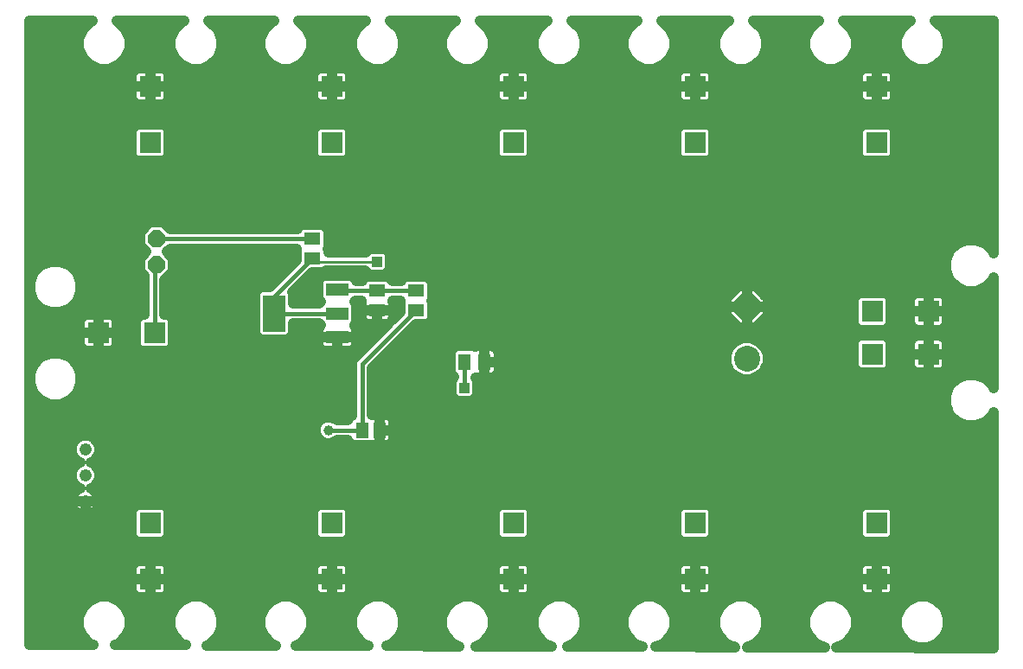
<source format=gbl>
G75*
%MOIN*%
%OFA0B0*%
%FSLAX24Y24*%
%IPPOS*%
%LPD*%
%AMOC8*
5,1,8,0,0,1.08239X$1,22.5*
%
%ADD10C,0.1000*%
%ADD11OC8,0.1000*%
%ADD12R,0.0512X0.0591*%
%ADD13OC8,0.0660*%
%ADD14R,0.0827X0.0827*%
%ADD15R,0.0630X0.0512*%
%ADD16R,0.0512X0.0630*%
%ADD17R,0.0880X0.0480*%
%ADD18R,0.0866X0.1417*%
%ADD19C,0.0476*%
%ADD20C,0.0400*%
%ADD21C,0.0160*%
%ADD22R,0.0396X0.0396*%
%ADD23C,0.0100*%
%ADD24C,0.0396*%
D10*
X030583Y014083D03*
D11*
X030583Y016083D03*
D12*
X016418Y011333D03*
X015748Y011333D03*
D13*
X007833Y017708D03*
X007833Y018708D03*
D14*
X007748Y015083D03*
X005583Y015083D03*
X007583Y007748D03*
X007583Y005583D03*
X014583Y005583D03*
X014583Y007748D03*
X021583Y007748D03*
X021583Y005583D03*
X028583Y005583D03*
X028583Y007748D03*
X035583Y007748D03*
X035583Y005583D03*
X035418Y014256D03*
X035418Y015910D03*
X037583Y015910D03*
X037583Y014256D03*
X035583Y022418D03*
X035583Y024583D03*
X028583Y024583D03*
X028583Y022418D03*
X021583Y022418D03*
X021583Y024583D03*
X014583Y024583D03*
X014583Y022418D03*
X007583Y022418D03*
X007583Y024583D03*
D15*
X013833Y018707D03*
X013833Y017959D03*
X016333Y016707D03*
X016333Y015959D03*
X017833Y015959D03*
X017833Y016707D03*
D16*
X019709Y013958D03*
X020457Y013958D03*
D17*
X014803Y014923D03*
X014803Y015833D03*
X014803Y016743D03*
D18*
X012363Y015833D03*
D19*
X005083Y010583D03*
X005083Y009583D03*
X005083Y008583D03*
D20*
X002933Y003057D02*
X002933Y027104D01*
X005345Y027104D01*
X005256Y027067D01*
X004981Y026792D01*
X004831Y026432D01*
X004831Y026042D01*
X004981Y025682D01*
X005256Y025406D01*
X005616Y025257D01*
X006006Y025257D01*
X006366Y025406D01*
X006642Y025682D01*
X006791Y026042D01*
X006791Y026432D01*
X006642Y026792D01*
X006366Y027067D01*
X006278Y027104D01*
X008888Y027104D01*
X008800Y027067D01*
X008524Y026792D01*
X008375Y026432D01*
X008375Y026042D01*
X008524Y025682D01*
X008800Y025406D01*
X009160Y025257D01*
X009550Y025257D01*
X009910Y025406D01*
X010185Y025682D01*
X010335Y026042D01*
X010335Y026432D01*
X010185Y026792D01*
X009910Y027067D01*
X009821Y027104D01*
X012345Y027104D01*
X012256Y027067D01*
X011981Y026792D01*
X011831Y026432D01*
X011831Y026042D01*
X011981Y025682D01*
X012256Y025406D01*
X012616Y025257D01*
X013006Y025257D01*
X013366Y025406D01*
X013642Y025682D01*
X013791Y026042D01*
X013791Y026432D01*
X013642Y026792D01*
X013366Y027067D01*
X013278Y027104D01*
X015888Y027104D01*
X015800Y027067D01*
X015524Y026792D01*
X015375Y026432D01*
X015375Y026042D01*
X015524Y025682D01*
X015800Y025406D01*
X016160Y025257D01*
X016550Y025257D01*
X016910Y025406D01*
X017185Y025682D01*
X017335Y026042D01*
X017335Y026432D01*
X017185Y026792D01*
X016910Y027067D01*
X016821Y027104D01*
X019345Y027104D01*
X019256Y027067D01*
X018981Y026792D01*
X018831Y026432D01*
X018831Y026042D01*
X018981Y025682D01*
X019256Y025406D01*
X019616Y025257D01*
X020006Y025257D01*
X020366Y025406D01*
X020642Y025682D01*
X020791Y026042D01*
X020791Y026432D01*
X020642Y026792D01*
X020366Y027067D01*
X020278Y027104D01*
X022888Y027104D01*
X022800Y027067D01*
X022524Y026792D01*
X022375Y026432D01*
X022375Y026042D01*
X022524Y025682D01*
X022800Y025406D01*
X023160Y025257D01*
X023550Y025257D01*
X023910Y025406D01*
X024185Y025682D01*
X024335Y026042D01*
X024335Y026432D01*
X024185Y026792D01*
X023910Y027067D01*
X023821Y027104D01*
X026345Y027104D01*
X026256Y027067D01*
X025981Y026792D01*
X025831Y026432D01*
X025831Y026042D01*
X025981Y025682D01*
X026256Y025406D01*
X026616Y025257D01*
X027006Y025257D01*
X027366Y025406D01*
X027642Y025682D01*
X027791Y026042D01*
X027791Y026432D01*
X027642Y026792D01*
X027366Y027067D01*
X027278Y027104D01*
X029888Y027104D01*
X029800Y027067D01*
X029524Y026792D01*
X029375Y026432D01*
X029375Y026042D01*
X029524Y025682D01*
X029800Y025406D01*
X030160Y025257D01*
X030550Y025257D01*
X030910Y025406D01*
X031185Y025682D01*
X031335Y026042D01*
X031335Y026432D01*
X031185Y026792D01*
X030910Y027067D01*
X030821Y027104D01*
X033345Y027104D01*
X033256Y027067D01*
X032981Y026792D01*
X032831Y026432D01*
X032831Y026042D01*
X032981Y025682D01*
X033256Y025406D01*
X033616Y025257D01*
X034006Y025257D01*
X034366Y025406D01*
X034642Y025682D01*
X034791Y026042D01*
X034791Y026432D01*
X034642Y026792D01*
X034366Y027067D01*
X034278Y027104D01*
X036888Y027104D01*
X036800Y027067D01*
X036524Y026792D01*
X036375Y026432D01*
X036375Y026042D01*
X036524Y025682D01*
X036800Y025406D01*
X037160Y025257D01*
X037550Y025257D01*
X037910Y025406D01*
X038185Y025682D01*
X038335Y026042D01*
X038335Y026432D01*
X038185Y026792D01*
X037910Y027067D01*
X037821Y027104D01*
X040103Y027104D01*
X040103Y018150D01*
X040067Y018237D01*
X039792Y018512D01*
X039432Y018661D01*
X039042Y018661D01*
X038682Y018512D01*
X038406Y018237D01*
X038257Y017876D01*
X038257Y017487D01*
X038406Y017126D01*
X038682Y016851D01*
X039042Y016702D01*
X039432Y016702D01*
X039792Y016851D01*
X040067Y017126D01*
X040103Y017213D01*
X040103Y012953D01*
X040067Y013040D01*
X039792Y013315D01*
X039432Y013465D01*
X039042Y013465D01*
X038682Y013315D01*
X038406Y013040D01*
X038257Y012680D01*
X038257Y012290D01*
X038406Y011930D01*
X038682Y011654D01*
X039042Y011505D01*
X039432Y011505D01*
X039792Y011654D01*
X040067Y011930D01*
X040103Y012016D01*
X040103Y002934D01*
X034018Y002954D01*
X034366Y003099D01*
X034642Y003374D01*
X034791Y003735D01*
X034791Y004124D01*
X034642Y004485D01*
X034366Y004760D01*
X034006Y004909D01*
X033616Y004909D01*
X033256Y004760D01*
X032981Y004485D01*
X032831Y004124D01*
X032831Y003735D01*
X032981Y003374D01*
X033256Y003099D01*
X033602Y002956D01*
X030588Y002966D01*
X030910Y003099D01*
X031185Y003374D01*
X031335Y003735D01*
X031335Y004124D01*
X031185Y004485D01*
X030910Y004760D01*
X030550Y004909D01*
X030160Y004909D01*
X029800Y004760D01*
X029524Y004485D01*
X029375Y004124D01*
X029375Y003735D01*
X029524Y003374D01*
X029800Y003099D01*
X030117Y002967D01*
X027073Y002977D01*
X027366Y003099D01*
X027642Y003374D01*
X027791Y003735D01*
X027791Y004124D01*
X027642Y004485D01*
X027366Y004760D01*
X027006Y004909D01*
X026616Y004909D01*
X026256Y004760D01*
X025981Y004485D01*
X025831Y004124D01*
X025831Y003735D01*
X025981Y003374D01*
X026256Y003099D01*
X026546Y002979D01*
X023644Y002989D01*
X023910Y003099D01*
X024185Y003374D01*
X024335Y003735D01*
X024335Y004124D01*
X024185Y004485D01*
X023910Y004760D01*
X023550Y004909D01*
X023160Y004909D01*
X022800Y004760D01*
X022524Y004485D01*
X022375Y004124D01*
X022375Y003735D01*
X022524Y003374D01*
X022800Y003099D01*
X023061Y002990D01*
X020128Y003000D01*
X020366Y003099D01*
X020642Y003374D01*
X020791Y003735D01*
X020791Y004124D01*
X020642Y004485D01*
X020366Y004760D01*
X020006Y004909D01*
X019616Y004909D01*
X019256Y004760D01*
X018981Y004485D01*
X018831Y004124D01*
X018831Y003735D01*
X018981Y003374D01*
X019256Y003099D01*
X019489Y003002D01*
X016699Y003011D01*
X016910Y003099D01*
X017185Y003374D01*
X017335Y003735D01*
X017335Y004124D01*
X017185Y004485D01*
X016910Y004760D01*
X016550Y004909D01*
X016160Y004909D01*
X015800Y004760D01*
X015524Y004485D01*
X015375Y004124D01*
X015375Y003735D01*
X015524Y003374D01*
X015800Y003099D01*
X016005Y003014D01*
X013184Y003023D01*
X013366Y003099D01*
X013642Y003374D01*
X013791Y003735D01*
X013791Y004124D01*
X013642Y004485D01*
X013366Y004760D01*
X013006Y004909D01*
X012616Y004909D01*
X012256Y004760D01*
X011981Y004485D01*
X011831Y004124D01*
X011831Y003735D01*
X011981Y003374D01*
X012256Y003099D01*
X012433Y003026D01*
X009754Y003034D01*
X009910Y003099D01*
X010185Y003374D01*
X010335Y003735D01*
X010335Y004124D01*
X010185Y004485D01*
X009910Y004760D01*
X009550Y004909D01*
X009160Y004909D01*
X008800Y004760D01*
X008524Y004485D01*
X008375Y004124D01*
X008375Y003735D01*
X008524Y003374D01*
X008800Y003099D01*
X008949Y003037D01*
X006239Y003046D01*
X006366Y003099D01*
X006642Y003374D01*
X006791Y003735D01*
X006791Y004124D01*
X006642Y004485D01*
X006366Y004760D01*
X006006Y004909D01*
X005616Y004909D01*
X005256Y004760D01*
X004981Y004485D01*
X004831Y004124D01*
X004831Y003735D01*
X004981Y003374D01*
X005256Y003099D01*
X005377Y003049D01*
X002933Y003057D01*
X002933Y003380D02*
X004978Y003380D01*
X004831Y003779D02*
X002933Y003779D01*
X002933Y004177D02*
X004853Y004177D01*
X005072Y004576D02*
X002933Y004576D01*
X002933Y004974D02*
X006941Y004974D01*
X006937Y004978D02*
X006978Y004937D01*
X007028Y004904D01*
X007082Y004881D01*
X007140Y004870D01*
X007583Y004870D01*
X007583Y005583D01*
X007583Y005583D01*
X006870Y005583D01*
X006870Y005140D01*
X006881Y005082D01*
X006904Y005028D01*
X006937Y004978D01*
X006870Y005373D02*
X002933Y005373D01*
X002933Y005771D02*
X006870Y005771D01*
X006870Y005583D02*
X006870Y006026D01*
X006881Y006084D01*
X006904Y006139D01*
X006937Y006188D01*
X006978Y006229D01*
X007028Y006262D01*
X007082Y006285D01*
X007140Y006296D01*
X007583Y006296D01*
X007583Y005583D01*
X007583Y005583D01*
X007583Y004870D01*
X008026Y004870D01*
X008084Y004881D01*
X008139Y004904D01*
X008188Y004937D01*
X008229Y004978D01*
X008262Y005028D01*
X008285Y005082D01*
X008296Y005140D01*
X008296Y005583D01*
X007583Y005583D01*
X006870Y005583D01*
X006925Y006170D02*
X002933Y006170D01*
X002933Y006568D02*
X040103Y006568D01*
X040103Y006170D02*
X036242Y006170D01*
X036229Y006188D02*
X036188Y006229D01*
X036139Y006262D01*
X036084Y006285D01*
X036026Y006296D01*
X035583Y006296D01*
X035140Y006296D01*
X035082Y006285D01*
X035028Y006262D01*
X034978Y006229D01*
X034937Y006188D01*
X034904Y006139D01*
X034881Y006084D01*
X034870Y006026D01*
X034870Y005583D01*
X034870Y005140D01*
X034881Y005082D01*
X034904Y005028D01*
X034937Y004978D01*
X034978Y004937D01*
X035028Y004904D01*
X035082Y004881D01*
X035140Y004870D01*
X035583Y004870D01*
X035583Y005583D01*
X035583Y005583D01*
X034870Y005583D01*
X035583Y005583D01*
X035583Y005583D01*
X035583Y004870D01*
X036026Y004870D01*
X036084Y004881D01*
X036139Y004904D01*
X036188Y004937D01*
X036229Y004978D01*
X036262Y005028D01*
X036285Y005082D01*
X036296Y005140D01*
X036296Y005583D01*
X035583Y005583D01*
X035583Y005583D01*
X035583Y006296D01*
X035583Y005583D01*
X035583Y005583D01*
X036296Y005583D01*
X036296Y006026D01*
X036285Y006084D01*
X036262Y006139D01*
X036229Y006188D01*
X036296Y005771D02*
X040103Y005771D01*
X040103Y005373D02*
X036296Y005373D01*
X036225Y004974D02*
X040103Y004974D01*
X040103Y004576D02*
X038094Y004576D01*
X038185Y004485D02*
X037910Y004760D01*
X037550Y004909D01*
X037160Y004909D01*
X036800Y004760D01*
X036524Y004485D01*
X036375Y004124D01*
X036375Y003735D01*
X036524Y003374D01*
X036800Y003099D01*
X037160Y002950D01*
X037550Y002950D01*
X037910Y003099D01*
X038185Y003374D01*
X038335Y003735D01*
X038335Y004124D01*
X038185Y004485D01*
X038313Y004177D02*
X040103Y004177D01*
X040103Y003779D02*
X038335Y003779D01*
X038188Y003380D02*
X040103Y003380D01*
X040103Y002982D02*
X037627Y002982D01*
X037083Y002982D02*
X034084Y002982D01*
X033539Y002982D02*
X030627Y002982D01*
X030083Y002982D02*
X027084Y002982D01*
X026539Y002982D02*
X025760Y002982D01*
X025978Y003380D02*
X024188Y003380D01*
X024335Y003779D02*
X025831Y003779D01*
X025853Y004177D02*
X024313Y004177D01*
X024094Y004576D02*
X026072Y004576D01*
X027551Y004576D02*
X029615Y004576D01*
X029225Y004974D02*
X034941Y004974D01*
X034870Y005373D02*
X029296Y005373D01*
X029296Y005583D02*
X029296Y005140D01*
X029285Y005082D01*
X029262Y005028D01*
X029229Y004978D01*
X029188Y004937D01*
X029139Y004904D01*
X029084Y004881D01*
X029026Y004870D01*
X028583Y004870D01*
X028583Y005583D01*
X028583Y005583D01*
X027870Y005583D01*
X027870Y005140D01*
X027881Y005082D01*
X027904Y005028D01*
X027937Y004978D01*
X027978Y004937D01*
X028028Y004904D01*
X028082Y004881D01*
X028140Y004870D01*
X028583Y004870D01*
X028583Y005583D01*
X028583Y005583D01*
X027870Y005583D01*
X027870Y006026D01*
X027881Y006084D01*
X027904Y006139D01*
X027937Y006188D01*
X027978Y006229D01*
X028028Y006262D01*
X028082Y006285D01*
X028140Y006296D01*
X028583Y006296D01*
X028583Y005583D01*
X028583Y005583D01*
X029296Y005583D01*
X029296Y006026D01*
X029285Y006084D01*
X029262Y006139D01*
X029229Y006188D01*
X029188Y006229D01*
X029139Y006262D01*
X029084Y006285D01*
X029026Y006296D01*
X028583Y006296D01*
X028583Y005583D01*
X028583Y005583D01*
X029296Y005583D01*
X029296Y005771D02*
X034870Y005771D01*
X034925Y006170D02*
X029242Y006170D01*
X028583Y006170D02*
X028583Y006170D01*
X028583Y005771D02*
X028583Y005771D01*
X028583Y005373D02*
X028583Y005373D01*
X028583Y004974D02*
X028583Y004974D01*
X027941Y004974D02*
X022225Y004974D01*
X022229Y004978D02*
X022262Y005028D01*
X022285Y005082D01*
X022296Y005140D01*
X022296Y005583D01*
X021583Y005583D01*
X020870Y005583D01*
X020870Y005140D01*
X020881Y005082D01*
X020904Y005028D01*
X020937Y004978D01*
X020978Y004937D01*
X021028Y004904D01*
X021082Y004881D01*
X021140Y004870D01*
X021583Y004870D01*
X021583Y005583D01*
X021583Y005583D01*
X021583Y005583D01*
X020870Y005583D01*
X020870Y006026D01*
X020881Y006084D01*
X020904Y006139D01*
X020937Y006188D01*
X020978Y006229D01*
X021028Y006262D01*
X021082Y006285D01*
X021140Y006296D01*
X021583Y006296D01*
X021583Y005583D01*
X021583Y004870D01*
X022026Y004870D01*
X022084Y004881D01*
X022139Y004904D01*
X022188Y004937D01*
X022229Y004978D01*
X022296Y005373D02*
X027870Y005373D01*
X027870Y005771D02*
X022296Y005771D01*
X022296Y005583D02*
X022296Y006026D01*
X022285Y006084D01*
X022262Y006139D01*
X022229Y006188D01*
X022188Y006229D01*
X022139Y006262D01*
X022084Y006285D01*
X022026Y006296D01*
X021583Y006296D01*
X021583Y005583D01*
X021583Y005583D01*
X021583Y005583D01*
X022296Y005583D01*
X021583Y005771D02*
X021583Y005771D01*
X021583Y006170D02*
X021583Y006170D01*
X020925Y006170D02*
X015242Y006170D01*
X015229Y006188D02*
X015188Y006229D01*
X015139Y006262D01*
X015084Y006285D01*
X015026Y006296D01*
X014583Y006296D01*
X014140Y006296D01*
X014082Y006285D01*
X014028Y006262D01*
X013978Y006229D01*
X013937Y006188D01*
X013904Y006139D01*
X013881Y006084D01*
X013870Y006026D01*
X013870Y005583D01*
X013870Y005140D01*
X013881Y005082D01*
X013904Y005028D01*
X013937Y004978D01*
X013978Y004937D01*
X014028Y004904D01*
X014082Y004881D01*
X014140Y004870D01*
X014583Y004870D01*
X014583Y005583D01*
X014583Y005583D01*
X013870Y005583D01*
X014583Y005583D01*
X014583Y005583D01*
X014583Y004870D01*
X015026Y004870D01*
X015084Y004881D01*
X015139Y004904D01*
X015188Y004937D01*
X015229Y004978D01*
X015262Y005028D01*
X015285Y005082D01*
X015296Y005140D01*
X015296Y005583D01*
X014583Y005583D01*
X014583Y005583D01*
X014583Y006296D01*
X014583Y005583D01*
X014583Y005583D01*
X015296Y005583D01*
X015296Y006026D01*
X015285Y006084D01*
X015262Y006139D01*
X015229Y006188D01*
X015296Y005771D02*
X020870Y005771D01*
X020870Y005373D02*
X015296Y005373D01*
X015225Y004974D02*
X020941Y004974D01*
X020551Y004576D02*
X022615Y004576D01*
X022397Y004177D02*
X020770Y004177D01*
X020791Y003779D02*
X022375Y003779D01*
X022522Y003380D02*
X020644Y003380D01*
X018978Y003380D02*
X017188Y003380D01*
X017335Y003779D02*
X018831Y003779D01*
X018853Y004177D02*
X017313Y004177D01*
X017094Y004576D02*
X019072Y004576D01*
X021583Y004974D02*
X021583Y004974D01*
X021583Y005373D02*
X021583Y005373D01*
X022242Y006170D02*
X027925Y006170D01*
X028110Y007035D02*
X028000Y007081D01*
X027915Y007165D01*
X027870Y007275D01*
X027870Y008221D01*
X027915Y008332D01*
X028000Y008416D01*
X028110Y008462D01*
X029056Y008462D01*
X029166Y008416D01*
X029251Y008332D01*
X029296Y008221D01*
X029296Y007275D01*
X029251Y007165D01*
X029166Y007081D01*
X029056Y007035D01*
X028110Y007035D01*
X027870Y007365D02*
X022296Y007365D01*
X022296Y007275D02*
X022251Y007165D01*
X022166Y007081D01*
X022056Y007035D01*
X021110Y007035D01*
X021000Y007081D01*
X020915Y007165D01*
X020870Y007275D01*
X020870Y008221D01*
X020915Y008332D01*
X021000Y008416D01*
X021110Y008462D01*
X022056Y008462D01*
X022166Y008416D01*
X022251Y008332D01*
X022296Y008221D01*
X022296Y007275D01*
X022296Y007764D02*
X027870Y007764D01*
X027870Y008162D02*
X022296Y008162D01*
X020870Y008162D02*
X015296Y008162D01*
X015296Y008221D02*
X015251Y008332D01*
X015166Y008416D01*
X015056Y008462D01*
X014110Y008462D01*
X014000Y008416D01*
X013915Y008332D01*
X013870Y008221D01*
X013870Y007275D01*
X013915Y007165D01*
X014000Y007081D01*
X014110Y007035D01*
X015056Y007035D01*
X015166Y007081D01*
X015251Y007165D01*
X015296Y007275D01*
X015296Y008221D01*
X015296Y007764D02*
X020870Y007764D01*
X020870Y007365D02*
X015296Y007365D01*
X013870Y007365D02*
X008296Y007365D01*
X008296Y007275D02*
X008251Y007165D01*
X008166Y007081D01*
X008056Y007035D01*
X007110Y007035D01*
X007000Y007081D01*
X006915Y007165D01*
X006870Y007275D01*
X006870Y008221D01*
X006915Y008332D01*
X007000Y008416D01*
X007110Y008462D01*
X008056Y008462D01*
X008166Y008416D01*
X008251Y008332D01*
X008296Y008221D01*
X008296Y007275D01*
X008296Y007764D02*
X013870Y007764D01*
X013870Y008162D02*
X008296Y008162D01*
X006870Y008162D02*
X005419Y008162D01*
X005433Y008173D02*
X005493Y008233D01*
X005543Y008301D01*
X005581Y008377D01*
X005608Y008457D01*
X005621Y008541D01*
X005621Y008583D01*
X005083Y008583D01*
X004545Y008583D01*
X004545Y008541D01*
X004559Y008457D01*
X004585Y008377D01*
X004623Y008301D01*
X004673Y008233D01*
X004733Y008173D01*
X004801Y008123D01*
X004877Y008085D01*
X004957Y008059D01*
X005041Y008045D01*
X005083Y008045D01*
X005083Y008583D01*
X005083Y008583D01*
X005083Y008583D01*
X004545Y008583D01*
X004545Y008625D01*
X004559Y008709D01*
X004585Y008790D01*
X004623Y008865D01*
X004673Y008933D01*
X004733Y008993D01*
X004801Y009043D01*
X004877Y009081D01*
X004883Y009084D01*
X004778Y009127D01*
X004627Y009278D01*
X004545Y009476D01*
X004545Y009690D01*
X004627Y009888D01*
X004778Y010039D01*
X004885Y010083D01*
X004778Y010127D01*
X004627Y010278D01*
X004545Y010476D01*
X004545Y010690D01*
X004627Y010888D01*
X004778Y011039D01*
X004976Y011121D01*
X005190Y011121D01*
X005388Y011039D01*
X005539Y010888D01*
X005621Y010690D01*
X005621Y010476D01*
X005539Y010278D01*
X005388Y010127D01*
X005281Y010083D01*
X005388Y010039D01*
X005539Y009888D01*
X005621Y009690D01*
X005621Y009476D01*
X005539Y009278D01*
X005388Y009127D01*
X005283Y009084D01*
X005290Y009081D01*
X005365Y009043D01*
X005433Y008993D01*
X005493Y008933D01*
X005543Y008865D01*
X005581Y008790D01*
X005608Y008709D01*
X005621Y008625D01*
X005621Y008583D01*
X005083Y008583D01*
X005083Y008045D01*
X005125Y008045D01*
X005209Y008059D01*
X005290Y008085D01*
X005365Y008123D01*
X005433Y008173D01*
X005083Y008162D02*
X005083Y008162D01*
X004748Y008162D02*
X002933Y008162D01*
X002933Y008561D02*
X004545Y008561D01*
X004699Y008959D02*
X002933Y008959D01*
X002933Y009358D02*
X004594Y009358D01*
X004573Y009756D02*
X002933Y009756D01*
X002933Y010155D02*
X004751Y010155D01*
X004545Y010553D02*
X002933Y010553D01*
X002933Y010952D02*
X004691Y010952D01*
X005475Y010952D02*
X014135Y010952D01*
X014176Y010911D02*
X014359Y010835D01*
X014557Y010835D01*
X014740Y010911D01*
X014783Y010953D01*
X015203Y010953D01*
X015238Y010868D01*
X015323Y010783D01*
X015433Y010738D01*
X016064Y010738D01*
X016086Y010747D01*
X016132Y010738D01*
X016418Y010738D01*
X016703Y010738D01*
X016761Y010749D01*
X016816Y010772D01*
X016865Y010805D01*
X016907Y010847D01*
X016939Y010896D01*
X016962Y010950D01*
X016974Y011008D01*
X016974Y011333D01*
X016418Y011333D01*
X016418Y011333D01*
X016974Y011333D01*
X016974Y011658D01*
X016962Y011716D01*
X016939Y011770D01*
X016907Y011820D01*
X016865Y011861D01*
X016816Y011894D01*
X016761Y011917D01*
X016703Y011928D01*
X016418Y011928D01*
X016418Y011333D01*
X016418Y010738D01*
X016418Y011333D01*
X016418Y011333D01*
X016418Y011333D01*
X016418Y011928D01*
X016132Y011928D01*
X016128Y011928D01*
X016128Y013717D01*
X017815Y015403D01*
X018208Y015403D01*
X018318Y015449D01*
X018402Y015533D01*
X018448Y015643D01*
X018448Y016275D01*
X018424Y016333D01*
X018448Y016392D01*
X018448Y017023D01*
X018402Y017133D01*
X018318Y017217D01*
X018208Y017263D01*
X017458Y017263D01*
X017348Y017217D01*
X017264Y017133D01*
X017245Y017087D01*
X016921Y017087D01*
X016902Y017133D01*
X016818Y017217D01*
X016708Y017263D01*
X015958Y017263D01*
X015848Y017217D01*
X015764Y017133D01*
X015745Y017087D01*
X015525Y017087D01*
X015497Y017153D01*
X015413Y017237D01*
X015303Y017283D01*
X014303Y017283D01*
X014193Y017237D01*
X014109Y017153D01*
X014063Y017043D01*
X014063Y016443D01*
X014109Y016333D01*
X014154Y016288D01*
X014109Y016243D01*
X014096Y016213D01*
X013096Y016213D01*
X013096Y016601D01*
X013072Y016660D01*
X013815Y017403D01*
X014208Y017403D01*
X014318Y017449D01*
X014352Y017483D01*
X015873Y017483D01*
X015881Y017465D01*
X015965Y017381D01*
X016075Y017335D01*
X016591Y017335D01*
X016701Y017381D01*
X016786Y017465D01*
X016831Y017575D01*
X016831Y018091D01*
X016786Y018201D01*
X016701Y018286D01*
X016591Y018331D01*
X016075Y018331D01*
X015965Y018286D01*
X015881Y018201D01*
X015873Y018183D01*
X014448Y018183D01*
X014448Y018275D01*
X014424Y018333D01*
X014448Y018392D01*
X014448Y019023D01*
X014402Y019133D01*
X014318Y019217D01*
X014208Y019263D01*
X013458Y019263D01*
X013348Y019217D01*
X013264Y019133D01*
X013245Y019088D01*
X008344Y019088D01*
X008094Y019338D01*
X007572Y019338D01*
X007203Y018969D01*
X007203Y018447D01*
X007442Y018208D01*
X007203Y017969D01*
X007203Y017447D01*
X007368Y017282D01*
X007368Y015796D01*
X007275Y015796D01*
X007165Y015751D01*
X007081Y015666D01*
X007035Y015556D01*
X007035Y014610D01*
X007081Y014500D01*
X007165Y014415D01*
X007275Y014370D01*
X008221Y014370D01*
X008332Y014415D01*
X008416Y014500D01*
X008462Y014610D01*
X008462Y015556D01*
X008416Y015666D01*
X008332Y015751D01*
X008221Y015796D01*
X008128Y015796D01*
X008128Y017112D01*
X008463Y017447D01*
X008463Y017969D01*
X008224Y018208D01*
X008344Y018328D01*
X013240Y018328D01*
X013218Y018275D01*
X013218Y017881D01*
X012178Y016842D01*
X011870Y016842D01*
X011760Y016796D01*
X011676Y016712D01*
X011630Y016601D01*
X011630Y015065D01*
X011676Y014954D01*
X011760Y014870D01*
X011870Y014824D01*
X012856Y014824D01*
X012966Y014870D01*
X013050Y014954D01*
X013096Y015065D01*
X013096Y015453D01*
X014096Y015453D01*
X014109Y015423D01*
X014154Y015378D01*
X014130Y015354D01*
X014097Y015305D01*
X014075Y015251D01*
X014063Y015193D01*
X014063Y014923D01*
X014063Y014654D01*
X014075Y014596D01*
X014097Y014541D01*
X014130Y014492D01*
X014172Y014450D01*
X014221Y014417D01*
X014276Y014395D01*
X014334Y014383D01*
X014803Y014383D01*
X014803Y014923D01*
X014803Y014923D01*
X014063Y014923D01*
X014803Y014923D01*
X014803Y014923D01*
X014803Y014383D01*
X015273Y014383D01*
X015331Y014395D01*
X015385Y014417D01*
X015434Y014450D01*
X015476Y014492D01*
X015509Y014541D01*
X015532Y014596D01*
X015543Y014654D01*
X015543Y014923D01*
X014803Y014923D01*
X014803Y014923D01*
X015543Y014923D01*
X015543Y015193D01*
X015532Y015251D01*
X015509Y015305D01*
X015476Y015354D01*
X015452Y015378D01*
X015497Y015423D01*
X015543Y015533D01*
X015543Y016133D01*
X015497Y016243D01*
X015452Y016288D01*
X015491Y016327D01*
X015740Y016327D01*
X015730Y016302D01*
X015718Y016245D01*
X015718Y015959D01*
X015718Y015674D01*
X015730Y015616D01*
X015752Y015561D01*
X015785Y015512D01*
X015827Y015470D01*
X015876Y015437D01*
X015931Y015415D01*
X015989Y015403D01*
X016333Y015403D01*
X016333Y015959D01*
X015718Y015959D01*
X016333Y015959D01*
X016333Y015959D01*
X016333Y015959D01*
X016333Y015403D01*
X016678Y015403D01*
X016736Y015415D01*
X016762Y015426D01*
X015426Y014090D01*
X015368Y013950D01*
X015368Y011902D01*
X015323Y011883D01*
X015238Y011798D01*
X015203Y011713D01*
X014783Y011713D01*
X014740Y011755D01*
X014557Y011831D01*
X014359Y011831D01*
X014176Y011755D01*
X014036Y011615D01*
X013960Y011432D01*
X013960Y011234D01*
X014036Y011051D01*
X014176Y010911D01*
X013960Y011350D02*
X002933Y011350D01*
X002933Y011749D02*
X014169Y011749D01*
X014747Y011749D02*
X015218Y011749D01*
X015368Y012147D02*
X002933Y012147D01*
X002933Y012546D02*
X003310Y012546D01*
X003374Y012481D02*
X003735Y012331D01*
X004124Y012331D01*
X004485Y012481D01*
X004760Y012756D01*
X004909Y013116D01*
X004909Y013506D01*
X004760Y013866D01*
X004485Y014142D01*
X004124Y014291D01*
X003735Y014291D01*
X003374Y014142D01*
X003099Y013866D01*
X002950Y013506D01*
X002950Y013116D01*
X003099Y012756D01*
X003374Y012481D01*
X003021Y012944D02*
X002933Y012944D01*
X002933Y013343D02*
X002950Y013343D01*
X002933Y013741D02*
X003047Y013741D01*
X002933Y014140D02*
X003372Y014140D01*
X002933Y014538D02*
X004899Y014538D01*
X004904Y014528D02*
X004937Y014478D01*
X004978Y014437D01*
X005028Y014404D01*
X005082Y014381D01*
X005140Y014370D01*
X005583Y014370D01*
X005583Y015083D01*
X004870Y015083D01*
X004870Y014640D01*
X004881Y014582D01*
X004904Y014528D01*
X004870Y014937D02*
X002933Y014937D01*
X002933Y015335D02*
X004870Y015335D01*
X004870Y015526D02*
X004870Y015083D01*
X005583Y015083D01*
X005583Y015083D01*
X005583Y015083D01*
X005583Y014370D01*
X006026Y014370D01*
X006084Y014381D01*
X006139Y014404D01*
X006188Y014437D01*
X006229Y014478D01*
X006262Y014528D01*
X006285Y014582D01*
X006296Y014640D01*
X006296Y015083D01*
X005583Y015083D01*
X005583Y015796D01*
X005140Y015796D01*
X005082Y015785D01*
X005028Y015762D01*
X004978Y015729D01*
X004937Y015688D01*
X004904Y015639D01*
X004881Y015584D01*
X004870Y015526D01*
X004985Y015734D02*
X002933Y015734D01*
X002933Y016132D02*
X003266Y016132D01*
X003374Y016024D02*
X003735Y015875D01*
X004124Y015875D01*
X004485Y016024D01*
X004760Y016300D01*
X004909Y016660D01*
X004909Y017050D01*
X004760Y017410D01*
X004485Y017685D01*
X004124Y017835D01*
X003735Y017835D01*
X003374Y017685D01*
X003099Y017410D01*
X002950Y017050D01*
X002950Y016660D01*
X003099Y016300D01*
X003374Y016024D01*
X003003Y016531D02*
X002933Y016531D01*
X002933Y016929D02*
X002950Y016929D01*
X002933Y017328D02*
X003065Y017328D01*
X002933Y017726D02*
X003473Y017726D01*
X002933Y018125D02*
X007359Y018125D01*
X007203Y018523D02*
X002933Y018523D01*
X002933Y018922D02*
X007203Y018922D01*
X007554Y019320D02*
X002933Y019320D01*
X002933Y019719D02*
X040103Y019719D01*
X040103Y020117D02*
X002933Y020117D01*
X002933Y020516D02*
X040103Y020516D01*
X040103Y020914D02*
X002933Y020914D01*
X002933Y021313D02*
X040103Y021313D01*
X040103Y021711D02*
X036072Y021711D01*
X036056Y021704D02*
X036166Y021750D01*
X036251Y021834D01*
X036296Y021945D01*
X036296Y022891D01*
X036251Y023001D01*
X036166Y023085D01*
X036056Y023131D01*
X035110Y023131D01*
X035000Y023085D01*
X034915Y023001D01*
X034870Y022891D01*
X034870Y021945D01*
X034915Y021834D01*
X035000Y021750D01*
X035110Y021704D01*
X036056Y021704D01*
X036296Y022110D02*
X040103Y022110D01*
X040103Y022508D02*
X036296Y022508D01*
X036290Y022907D02*
X040103Y022907D01*
X040103Y023305D02*
X002933Y023305D01*
X002933Y023704D02*
X040103Y023704D01*
X040103Y024102D02*
X036289Y024102D01*
X036285Y024082D02*
X036296Y024140D01*
X036296Y024583D01*
X035583Y024583D01*
X034870Y024583D01*
X034870Y024140D01*
X034881Y024082D01*
X034904Y024028D01*
X034937Y023978D01*
X034978Y023937D01*
X035028Y023904D01*
X035082Y023881D01*
X035140Y023870D01*
X035583Y023870D01*
X035583Y024583D01*
X035583Y024583D01*
X035583Y024583D01*
X034870Y024583D01*
X034870Y025026D01*
X034881Y025084D01*
X034904Y025139D01*
X034937Y025188D01*
X034978Y025229D01*
X035028Y025262D01*
X035082Y025285D01*
X035140Y025296D01*
X035583Y025296D01*
X035583Y024583D01*
X035583Y023870D01*
X036026Y023870D01*
X036084Y023881D01*
X036139Y023904D01*
X036188Y023937D01*
X036229Y023978D01*
X036262Y024028D01*
X036285Y024082D01*
X036296Y024501D02*
X040103Y024501D01*
X040103Y024899D02*
X036296Y024899D01*
X036296Y025026D02*
X036285Y025084D01*
X036262Y025139D01*
X036229Y025188D01*
X036188Y025229D01*
X036139Y025262D01*
X036084Y025285D01*
X036026Y025296D01*
X035583Y025296D01*
X035583Y024583D01*
X035583Y024583D01*
X035583Y024583D01*
X036296Y024583D01*
X036296Y025026D01*
X037061Y025298D02*
X034105Y025298D01*
X034870Y024899D02*
X029296Y024899D01*
X029296Y025026D02*
X029285Y025084D01*
X029262Y025139D01*
X029229Y025188D01*
X029188Y025229D01*
X029139Y025262D01*
X029084Y025285D01*
X029026Y025296D01*
X028583Y025296D01*
X028140Y025296D01*
X028082Y025285D01*
X028028Y025262D01*
X027978Y025229D01*
X027937Y025188D01*
X027904Y025139D01*
X027881Y025084D01*
X027870Y025026D01*
X027870Y024583D01*
X027870Y024140D01*
X027881Y024082D01*
X027904Y024028D01*
X027937Y023978D01*
X027978Y023937D01*
X028028Y023904D01*
X028082Y023881D01*
X028140Y023870D01*
X028583Y023870D01*
X028583Y024583D01*
X027870Y024583D01*
X028583Y024583D01*
X028583Y024583D01*
X028583Y024583D01*
X028583Y023870D01*
X029026Y023870D01*
X029084Y023881D01*
X029139Y023904D01*
X029188Y023937D01*
X029229Y023978D01*
X029262Y024028D01*
X029285Y024082D01*
X029296Y024140D01*
X029296Y024583D01*
X028583Y024583D01*
X028583Y025296D01*
X028583Y024583D01*
X028583Y024583D01*
X028583Y024583D01*
X029296Y024583D01*
X029296Y025026D01*
X029296Y024501D02*
X034870Y024501D01*
X034877Y024102D02*
X029289Y024102D01*
X028583Y024102D02*
X028583Y024102D01*
X028583Y024501D02*
X028583Y024501D01*
X028583Y024899D02*
X028583Y024899D01*
X027870Y024899D02*
X022296Y024899D01*
X022296Y025026D02*
X022285Y025084D01*
X022262Y025139D01*
X022229Y025188D01*
X022188Y025229D01*
X022139Y025262D01*
X022084Y025285D01*
X022026Y025296D01*
X021583Y025296D01*
X021140Y025296D01*
X021082Y025285D01*
X021028Y025262D01*
X020978Y025229D01*
X020937Y025188D01*
X020904Y025139D01*
X020881Y025084D01*
X020870Y025026D01*
X020870Y024583D01*
X020870Y024140D01*
X020881Y024082D01*
X020904Y024028D01*
X020937Y023978D01*
X020978Y023937D01*
X021028Y023904D01*
X021082Y023881D01*
X021140Y023870D01*
X021583Y023870D01*
X021583Y024583D01*
X020870Y024583D01*
X021583Y024583D01*
X021583Y024583D01*
X021583Y024583D01*
X021583Y023870D01*
X022026Y023870D01*
X022084Y023881D01*
X022139Y023904D01*
X022188Y023937D01*
X022229Y023978D01*
X022262Y024028D01*
X022285Y024082D01*
X022296Y024140D01*
X022296Y024583D01*
X021583Y024583D01*
X021583Y025296D01*
X021583Y024583D01*
X021583Y024583D01*
X021583Y024583D01*
X022296Y024583D01*
X022296Y025026D01*
X022296Y024501D02*
X027870Y024501D01*
X027877Y024102D02*
X022289Y024102D01*
X021583Y024102D02*
X021583Y024102D01*
X020877Y024102D02*
X015289Y024102D01*
X015285Y024082D02*
X015296Y024140D01*
X015296Y024583D01*
X014583Y024583D01*
X013870Y024583D01*
X013870Y024140D01*
X013881Y024082D01*
X013904Y024028D01*
X013937Y023978D01*
X013978Y023937D01*
X014028Y023904D01*
X014082Y023881D01*
X014140Y023870D01*
X014583Y023870D01*
X014583Y024583D01*
X014583Y024583D01*
X014583Y024583D01*
X013870Y024583D01*
X013870Y025026D01*
X013881Y025084D01*
X013904Y025139D01*
X013937Y025188D01*
X013978Y025229D01*
X014028Y025262D01*
X014082Y025285D01*
X014140Y025296D01*
X014583Y025296D01*
X014583Y024583D01*
X014583Y023870D01*
X015026Y023870D01*
X015084Y023881D01*
X015139Y023904D01*
X015188Y023937D01*
X015229Y023978D01*
X015262Y024028D01*
X015285Y024082D01*
X015296Y024501D02*
X020870Y024501D01*
X020870Y024899D02*
X015296Y024899D01*
X015296Y025026D02*
X015285Y025084D01*
X015262Y025139D01*
X015229Y025188D01*
X015188Y025229D01*
X015139Y025262D01*
X015084Y025285D01*
X015026Y025296D01*
X014583Y025296D01*
X014583Y024583D01*
X014583Y024583D01*
X014583Y024583D01*
X015296Y024583D01*
X015296Y025026D01*
X014583Y024899D02*
X014583Y024899D01*
X014583Y024501D02*
X014583Y024501D01*
X013870Y024501D02*
X008296Y024501D01*
X008296Y024583D02*
X007583Y024583D01*
X006870Y024583D01*
X006870Y024140D01*
X006881Y024082D01*
X006904Y024028D01*
X006937Y023978D01*
X006978Y023937D01*
X007028Y023904D01*
X007082Y023881D01*
X007140Y023870D01*
X007583Y023870D01*
X007583Y024583D01*
X007583Y024583D01*
X007583Y024583D01*
X006870Y024583D01*
X006870Y025026D01*
X006881Y025084D01*
X006904Y025139D01*
X006937Y025188D01*
X006978Y025229D01*
X007028Y025262D01*
X007082Y025285D01*
X007140Y025296D01*
X007583Y025296D01*
X007583Y024583D01*
X007583Y023870D01*
X008026Y023870D01*
X008084Y023881D01*
X008139Y023904D01*
X008188Y023937D01*
X008229Y023978D01*
X008262Y024028D01*
X008285Y024082D01*
X008296Y024140D01*
X008296Y024583D01*
X008296Y025026D01*
X008285Y025084D01*
X008262Y025139D01*
X008229Y025188D01*
X008188Y025229D01*
X008139Y025262D01*
X008084Y025285D01*
X008026Y025296D01*
X007583Y025296D01*
X007583Y024583D01*
X007583Y024583D01*
X007583Y024583D01*
X008296Y024583D01*
X008296Y024899D02*
X013870Y024899D01*
X013105Y025298D02*
X016061Y025298D01*
X016648Y025298D02*
X019518Y025298D01*
X020105Y025298D02*
X023061Y025298D01*
X023648Y025298D02*
X026518Y025298D01*
X027105Y025298D02*
X030061Y025298D01*
X030648Y025298D02*
X033518Y025298D01*
X032975Y025696D02*
X031191Y025696D01*
X031335Y026095D02*
X032831Y026095D01*
X032857Y026493D02*
X031309Y026493D01*
X031086Y026892D02*
X033081Y026892D01*
X034542Y026892D02*
X036624Y026892D01*
X036400Y026493D02*
X034766Y026493D01*
X034791Y026095D02*
X036375Y026095D01*
X036518Y025696D02*
X034648Y025696D01*
X035583Y024899D02*
X035583Y024899D01*
X035583Y024501D02*
X035583Y024501D01*
X035583Y024102D02*
X035583Y024102D01*
X034876Y022907D02*
X029290Y022907D01*
X029296Y022891D02*
X029251Y023001D01*
X029166Y023085D01*
X029056Y023131D01*
X028110Y023131D01*
X028000Y023085D01*
X027915Y023001D01*
X027870Y022891D01*
X027870Y021945D01*
X027915Y021834D01*
X028000Y021750D01*
X028110Y021704D01*
X029056Y021704D01*
X029166Y021750D01*
X029251Y021834D01*
X029296Y021945D01*
X029296Y022891D01*
X029296Y022508D02*
X034870Y022508D01*
X034870Y022110D02*
X029296Y022110D01*
X029072Y021711D02*
X035094Y021711D01*
X038708Y018523D02*
X014448Y018523D01*
X014448Y018922D02*
X040103Y018922D01*
X040103Y018523D02*
X039766Y018523D01*
X040103Y019320D02*
X008112Y019320D01*
X008308Y018125D02*
X013218Y018125D01*
X013063Y017726D02*
X008463Y017726D01*
X008344Y017328D02*
X012664Y017328D01*
X012266Y016929D02*
X008128Y016929D01*
X007368Y016929D02*
X004909Y016929D01*
X004794Y017328D02*
X007323Y017328D01*
X007203Y017726D02*
X004387Y017726D01*
X004856Y016531D02*
X007368Y016531D01*
X007368Y016132D02*
X004593Y016132D01*
X005583Y015796D02*
X005583Y015083D01*
X005583Y015083D01*
X005583Y015083D01*
X006296Y015083D01*
X006296Y015526D01*
X006285Y015584D01*
X006262Y015639D01*
X006229Y015688D01*
X006188Y015729D01*
X006139Y015762D01*
X006084Y015785D01*
X006026Y015796D01*
X005583Y015796D01*
X005583Y015734D02*
X005583Y015734D01*
X005583Y015335D02*
X005583Y015335D01*
X005583Y014937D02*
X005583Y014937D01*
X005583Y014538D02*
X005583Y014538D01*
X006267Y014538D02*
X007065Y014538D01*
X007035Y014937D02*
X006296Y014937D01*
X006296Y015335D02*
X007035Y015335D01*
X007148Y015734D02*
X006182Y015734D01*
X008128Y016132D02*
X011630Y016132D01*
X011630Y015734D02*
X008349Y015734D01*
X008462Y015335D02*
X011630Y015335D01*
X011693Y014937D02*
X008462Y014937D01*
X008432Y014538D02*
X014099Y014538D01*
X014063Y014937D02*
X013032Y014937D01*
X013096Y015335D02*
X014117Y015335D01*
X014803Y014538D02*
X014803Y014538D01*
X015507Y014538D02*
X015875Y014538D01*
X015543Y014937D02*
X016273Y014937D01*
X016672Y015335D02*
X015489Y015335D01*
X015543Y015734D02*
X015718Y015734D01*
X015718Y016132D02*
X015543Y016132D01*
X016333Y015959D02*
X016948Y015959D01*
X016333Y015959D01*
X016333Y015959D01*
X016333Y015734D02*
X016333Y015734D01*
X016925Y015589D02*
X016937Y015616D01*
X016948Y015674D01*
X016948Y015959D01*
X016948Y016245D01*
X016937Y016302D01*
X016926Y016327D01*
X017240Y016327D01*
X017218Y016275D01*
X017218Y015881D01*
X016925Y015589D01*
X016948Y015734D02*
X017070Y015734D01*
X016948Y016132D02*
X017218Y016132D01*
X017746Y015335D02*
X030200Y015335D01*
X030252Y015283D02*
X029783Y015752D01*
X029783Y016083D01*
X030583Y016083D01*
X030583Y016083D01*
X030583Y016083D01*
X030583Y015283D01*
X030252Y015283D01*
X030583Y015283D02*
X030914Y015283D01*
X031383Y015752D01*
X031383Y016083D01*
X030583Y016083D01*
X029783Y016083D01*
X029783Y016414D01*
X030252Y016883D01*
X030583Y016883D01*
X030583Y016083D01*
X030583Y015283D01*
X030583Y015335D02*
X030583Y015335D01*
X030966Y015335D02*
X034746Y015335D01*
X034750Y015327D02*
X034834Y015242D01*
X034945Y015196D01*
X035891Y015196D01*
X036001Y015242D01*
X036085Y015327D01*
X036131Y015437D01*
X036131Y016383D01*
X036085Y016493D01*
X036001Y016578D01*
X035891Y016623D01*
X034945Y016623D01*
X034834Y016578D01*
X034750Y016493D01*
X034704Y016383D01*
X034704Y015437D01*
X034750Y015327D01*
X034945Y014970D02*
X034834Y014924D01*
X034750Y014840D01*
X034704Y014729D01*
X034704Y013783D01*
X034750Y013673D01*
X034834Y013589D01*
X034945Y013543D01*
X035891Y013543D01*
X036001Y013589D01*
X036085Y013673D01*
X036131Y013783D01*
X036131Y014729D01*
X036085Y014840D01*
X036001Y014924D01*
X035891Y014970D01*
X034945Y014970D01*
X034865Y014937D02*
X017348Y014937D01*
X016949Y014538D02*
X019309Y014538D01*
X019283Y014527D02*
X019199Y014443D01*
X019153Y014333D01*
X019153Y013583D01*
X019199Y013473D01*
X019283Y013389D01*
X019308Y013379D01*
X019256Y013326D01*
X019210Y013216D01*
X019210Y012700D01*
X019256Y012590D01*
X019340Y012506D01*
X019450Y012460D01*
X019966Y012460D01*
X020076Y012506D01*
X020161Y012590D01*
X020206Y012700D01*
X020206Y013216D01*
X020161Y013326D01*
X020137Y013350D01*
X020172Y013343D01*
X020457Y013343D01*
X020457Y013958D01*
X020457Y013958D01*
X020457Y013343D01*
X020743Y013343D01*
X020800Y013355D01*
X020855Y013377D01*
X020904Y013410D01*
X020946Y013452D01*
X020979Y013501D01*
X021001Y013556D01*
X021013Y013614D01*
X021013Y013958D01*
X020457Y013958D01*
X020457Y014573D01*
X020172Y014573D01*
X020114Y014562D01*
X020083Y014549D01*
X020025Y014573D01*
X019393Y014573D01*
X019283Y014527D01*
X019153Y014140D02*
X016551Y014140D01*
X016152Y013741D02*
X019153Y013741D01*
X019272Y013343D02*
X016128Y013343D01*
X016128Y012944D02*
X019210Y012944D01*
X019300Y012546D02*
X016128Y012546D01*
X016128Y012147D02*
X038316Y012147D01*
X038257Y012546D02*
X020116Y012546D01*
X020206Y012944D02*
X038366Y012944D01*
X038747Y013343D02*
X030886Y013343D01*
X030742Y013283D02*
X031036Y013405D01*
X031261Y013630D01*
X031383Y013924D01*
X031383Y014242D01*
X031261Y014536D01*
X031036Y014761D01*
X030742Y014883D01*
X030424Y014883D01*
X030130Y014761D01*
X029905Y014536D01*
X029783Y014242D01*
X029783Y013924D01*
X029905Y013630D01*
X030130Y013405D01*
X030424Y013283D01*
X030742Y013283D01*
X030280Y013343D02*
X020144Y013343D01*
X020457Y013741D02*
X020457Y013741D01*
X020457Y013958D02*
X020457Y013958D01*
X020457Y013958D01*
X020457Y014573D01*
X020743Y014573D01*
X020800Y014562D01*
X020855Y014539D01*
X020904Y014506D01*
X020946Y014464D01*
X020979Y014415D01*
X021001Y014361D01*
X021013Y014303D01*
X021013Y013958D01*
X020457Y013958D01*
X020457Y014140D02*
X020457Y014140D01*
X021013Y014140D02*
X029783Y014140D01*
X029859Y013741D02*
X021013Y013741D01*
X020856Y014538D02*
X029907Y014538D01*
X031259Y014538D02*
X034704Y014538D01*
X034704Y014140D02*
X031383Y014140D01*
X031307Y013741D02*
X034722Y013741D01*
X036114Y013741D02*
X036887Y013741D01*
X036881Y013755D02*
X036904Y013701D01*
X036937Y013652D01*
X036978Y013610D01*
X037028Y013577D01*
X037082Y013554D01*
X037140Y013543D01*
X037583Y013543D01*
X037583Y014256D01*
X037583Y014256D01*
X037583Y013543D01*
X038026Y013543D01*
X038084Y013554D01*
X038139Y013577D01*
X038188Y013610D01*
X038229Y013652D01*
X038262Y013701D01*
X038285Y013755D01*
X038296Y013813D01*
X038296Y014256D01*
X037583Y014256D01*
X036870Y014256D01*
X036870Y013813D01*
X036881Y013755D01*
X036870Y014140D02*
X036131Y014140D01*
X036131Y014538D02*
X036870Y014538D01*
X036870Y014699D02*
X036870Y014256D01*
X037583Y014256D01*
X037583Y014256D01*
X037583Y014256D01*
X038296Y014256D01*
X038296Y014699D01*
X038285Y014757D01*
X038262Y014812D01*
X038229Y014861D01*
X038188Y014903D01*
X038139Y014936D01*
X038084Y014958D01*
X038026Y014970D01*
X037583Y014970D01*
X037140Y014970D01*
X037082Y014958D01*
X037028Y014936D01*
X036978Y014903D01*
X036937Y014861D01*
X036904Y014812D01*
X036881Y014757D01*
X036870Y014699D01*
X037030Y014937D02*
X035971Y014937D01*
X036089Y015335D02*
X036917Y015335D01*
X036904Y015354D02*
X036937Y015305D01*
X036978Y015263D01*
X037028Y015231D01*
X037082Y015208D01*
X037140Y015196D01*
X037583Y015196D01*
X037583Y015910D01*
X037583Y016623D01*
X037140Y016623D01*
X037082Y016612D01*
X037028Y016589D01*
X036978Y016556D01*
X036937Y016514D01*
X036904Y016465D01*
X036881Y016411D01*
X036870Y016353D01*
X036870Y015910D01*
X037583Y015910D01*
X037583Y015910D01*
X037583Y015910D01*
X037583Y016623D01*
X038026Y016623D01*
X038084Y016612D01*
X038139Y016589D01*
X038188Y016556D01*
X038229Y016514D01*
X038262Y016465D01*
X038285Y016411D01*
X038296Y016353D01*
X038296Y015910D01*
X037583Y015910D01*
X037583Y015910D01*
X036870Y015910D01*
X036870Y015467D01*
X036881Y015409D01*
X036904Y015354D01*
X036870Y015734D02*
X036131Y015734D01*
X036131Y016132D02*
X036870Y016132D01*
X036953Y016531D02*
X036048Y016531D01*
X034787Y016531D02*
X031267Y016531D01*
X031383Y016414D02*
X030914Y016883D01*
X030583Y016883D01*
X030583Y016083D01*
X030583Y016083D01*
X030583Y016083D01*
X031383Y016083D01*
X031383Y016414D01*
X031383Y016132D02*
X034704Y016132D01*
X034704Y015734D02*
X031365Y015734D01*
X030583Y015734D02*
X030583Y015734D01*
X030583Y016132D02*
X030583Y016132D01*
X030583Y016531D02*
X030583Y016531D01*
X029899Y016531D02*
X018448Y016531D01*
X018448Y016132D02*
X029783Y016132D01*
X029801Y015734D02*
X018448Y015734D01*
X018448Y016929D02*
X038603Y016929D01*
X038323Y017328D02*
X013739Y017328D01*
X014063Y016929D02*
X013340Y016929D01*
X013096Y016531D02*
X014063Y016531D01*
X011630Y016531D02*
X008128Y016531D01*
X004487Y014140D02*
X015476Y014140D01*
X015368Y013741D02*
X004812Y013741D01*
X004909Y013343D02*
X015368Y013343D01*
X015368Y012944D02*
X004838Y012944D01*
X004550Y012546D02*
X015368Y012546D01*
X016418Y011749D02*
X016418Y011749D01*
X016418Y011350D02*
X016418Y011350D01*
X016418Y010952D02*
X016418Y010952D01*
X016962Y010952D02*
X040103Y010952D01*
X040103Y011350D02*
X016974Y011350D01*
X016949Y011749D02*
X038587Y011749D01*
X039886Y011749D02*
X040103Y011749D01*
X040103Y010553D02*
X005621Y010553D01*
X005415Y010155D02*
X040103Y010155D01*
X040103Y009756D02*
X005594Y009756D01*
X005572Y009358D02*
X040103Y009358D01*
X040103Y008959D02*
X005468Y008959D01*
X005621Y008561D02*
X040103Y008561D01*
X040103Y008162D02*
X036296Y008162D01*
X036296Y008221D02*
X036251Y008332D01*
X036166Y008416D01*
X036056Y008462D01*
X035110Y008462D01*
X035000Y008416D01*
X034915Y008332D01*
X034870Y008221D01*
X034870Y007275D01*
X034915Y007165D01*
X035000Y007081D01*
X035110Y007035D01*
X036056Y007035D01*
X036166Y007081D01*
X036251Y007165D01*
X036296Y007275D01*
X036296Y008221D01*
X036296Y007764D02*
X040103Y007764D01*
X040103Y007365D02*
X036296Y007365D01*
X035583Y006170D02*
X035583Y006170D01*
X035583Y005771D02*
X035583Y005771D01*
X035583Y005373D02*
X035583Y005373D01*
X035583Y004974D02*
X035583Y004974D01*
X034551Y004576D02*
X036615Y004576D01*
X036397Y004177D02*
X034770Y004177D01*
X034791Y003779D02*
X036375Y003779D01*
X036522Y003380D02*
X034644Y003380D01*
X032978Y003380D02*
X031188Y003380D01*
X031335Y003779D02*
X032831Y003779D01*
X032853Y004177D02*
X031313Y004177D01*
X031094Y004576D02*
X033072Y004576D01*
X029397Y004177D02*
X027770Y004177D01*
X027791Y003779D02*
X029375Y003779D01*
X029522Y003380D02*
X027644Y003380D01*
X029296Y007365D02*
X034870Y007365D01*
X034870Y007764D02*
X029296Y007764D01*
X029296Y008162D02*
X034870Y008162D01*
X040103Y006967D02*
X002933Y006967D01*
X002933Y007365D02*
X006870Y007365D01*
X006870Y007764D02*
X002933Y007764D01*
X005083Y008561D02*
X005083Y008561D01*
X005083Y008583D02*
X005083Y008583D01*
X007583Y006296D02*
X008026Y006296D01*
X008084Y006285D01*
X008139Y006262D01*
X008188Y006229D01*
X008229Y006188D01*
X008262Y006139D01*
X008285Y006084D01*
X008296Y006026D01*
X008296Y005583D01*
X007583Y005583D01*
X007583Y005583D01*
X007583Y005583D01*
X007583Y006296D01*
X007583Y006170D02*
X007583Y006170D01*
X007583Y005771D02*
X007583Y005771D01*
X007583Y005373D02*
X007583Y005373D01*
X007583Y004974D02*
X007583Y004974D01*
X008225Y004974D02*
X013941Y004974D01*
X013870Y005373D02*
X008296Y005373D01*
X008296Y005771D02*
X013870Y005771D01*
X013925Y006170D02*
X008242Y006170D01*
X008615Y004576D02*
X006551Y004576D01*
X006770Y004177D02*
X008397Y004177D01*
X008375Y003779D02*
X006791Y003779D01*
X006644Y003380D02*
X008522Y003380D01*
X010188Y003380D02*
X011978Y003380D01*
X011831Y003779D02*
X010335Y003779D01*
X010313Y004177D02*
X011853Y004177D01*
X012072Y004576D02*
X010094Y004576D01*
X013551Y004576D02*
X015615Y004576D01*
X015397Y004177D02*
X013770Y004177D01*
X013791Y003779D02*
X015375Y003779D01*
X015522Y003380D02*
X013644Y003380D01*
X014583Y004974D02*
X014583Y004974D01*
X014583Y005373D02*
X014583Y005373D01*
X014583Y005771D02*
X014583Y005771D01*
X014583Y006170D02*
X014583Y006170D01*
X014781Y010952D02*
X015204Y010952D01*
X020457Y014538D02*
X020457Y014538D01*
X016831Y017726D02*
X038257Y017726D01*
X038359Y018125D02*
X016817Y018125D01*
X015166Y021750D02*
X015056Y021704D01*
X014110Y021704D01*
X014000Y021750D01*
X013915Y021834D01*
X013870Y021945D01*
X013870Y022891D01*
X013915Y023001D01*
X014000Y023085D01*
X014110Y023131D01*
X015056Y023131D01*
X015166Y023085D01*
X015251Y023001D01*
X015296Y022891D01*
X015296Y021945D01*
X015251Y021834D01*
X015166Y021750D01*
X015072Y021711D02*
X021094Y021711D01*
X021110Y021704D02*
X022056Y021704D01*
X022166Y021750D01*
X022251Y021834D01*
X022296Y021945D01*
X022296Y022891D01*
X022251Y023001D01*
X022166Y023085D01*
X022056Y023131D01*
X021110Y023131D01*
X021000Y023085D01*
X020915Y023001D01*
X020870Y022891D01*
X020870Y021945D01*
X020915Y021834D01*
X021000Y021750D01*
X021110Y021704D01*
X020870Y022110D02*
X015296Y022110D01*
X015296Y022508D02*
X020870Y022508D01*
X020876Y022907D02*
X015290Y022907D01*
X013876Y022907D02*
X008290Y022907D01*
X008296Y022891D02*
X008251Y023001D01*
X008166Y023085D01*
X008056Y023131D01*
X007110Y023131D01*
X007000Y023085D01*
X006915Y023001D01*
X006870Y022891D01*
X006870Y021945D01*
X006915Y021834D01*
X007000Y021750D01*
X007110Y021704D01*
X008056Y021704D01*
X008166Y021750D01*
X008251Y021834D01*
X008296Y021945D01*
X008296Y022891D01*
X008296Y022508D02*
X013870Y022508D01*
X013870Y022110D02*
X008296Y022110D01*
X008072Y021711D02*
X014094Y021711D01*
X013877Y024102D02*
X008289Y024102D01*
X007583Y024102D02*
X007583Y024102D01*
X007583Y024501D02*
X007583Y024501D01*
X007583Y024899D02*
X007583Y024899D01*
X006870Y024899D02*
X002933Y024899D01*
X002933Y024501D02*
X006870Y024501D01*
X006877Y024102D02*
X002933Y024102D01*
X002933Y022907D02*
X006876Y022907D01*
X006870Y022508D02*
X002933Y022508D01*
X002933Y022110D02*
X006870Y022110D01*
X007094Y021711D02*
X002933Y021711D01*
X002933Y025298D02*
X005518Y025298D01*
X006105Y025298D02*
X009061Y025298D01*
X009648Y025298D02*
X012518Y025298D01*
X011975Y025696D02*
X010191Y025696D01*
X010335Y026095D02*
X011831Y026095D01*
X011857Y026493D02*
X010309Y026493D01*
X010086Y026892D02*
X012081Y026892D01*
X013542Y026892D02*
X015624Y026892D01*
X015400Y026493D02*
X013766Y026493D01*
X013791Y026095D02*
X015375Y026095D01*
X015518Y025696D02*
X013648Y025696D01*
X014583Y024102D02*
X014583Y024102D01*
X017191Y025696D02*
X018975Y025696D01*
X018831Y026095D02*
X017335Y026095D01*
X017309Y026493D02*
X018857Y026493D01*
X019081Y026892D02*
X017086Y026892D01*
X020542Y026892D02*
X022624Y026892D01*
X022400Y026493D02*
X020766Y026493D01*
X020791Y026095D02*
X022375Y026095D01*
X022518Y025696D02*
X020648Y025696D01*
X021583Y024899D02*
X021583Y024899D01*
X021583Y024501D02*
X021583Y024501D01*
X022290Y022907D02*
X027876Y022907D01*
X027870Y022508D02*
X022296Y022508D01*
X022296Y022110D02*
X027870Y022110D01*
X028094Y021711D02*
X022072Y021711D01*
X024191Y025696D02*
X025975Y025696D01*
X025831Y026095D02*
X024335Y026095D01*
X024309Y026493D02*
X025857Y026493D01*
X026081Y026892D02*
X024086Y026892D01*
X027542Y026892D02*
X029624Y026892D01*
X029400Y026493D02*
X027766Y026493D01*
X027791Y026095D02*
X029375Y026095D01*
X029518Y025696D02*
X027648Y025696D01*
X037648Y025298D02*
X040103Y025298D01*
X040103Y025696D02*
X038191Y025696D01*
X038335Y026095D02*
X040103Y026095D01*
X040103Y026493D02*
X038309Y026493D01*
X038086Y026892D02*
X040103Y026892D01*
X040103Y016929D02*
X039870Y016929D01*
X040103Y016531D02*
X038213Y016531D01*
X038296Y016132D02*
X040103Y016132D01*
X040103Y015734D02*
X038296Y015734D01*
X038296Y015910D02*
X037583Y015910D01*
X037583Y015910D01*
X037583Y015196D01*
X038026Y015196D01*
X038084Y015208D01*
X038139Y015231D01*
X038188Y015263D01*
X038229Y015305D01*
X038262Y015354D01*
X038285Y015409D01*
X038296Y015467D01*
X038296Y015910D01*
X037583Y015734D02*
X037583Y015734D01*
X037583Y016132D02*
X037583Y016132D01*
X037583Y016531D02*
X037583Y016531D01*
X037583Y015335D02*
X037583Y015335D01*
X037583Y014970D02*
X037583Y014256D01*
X037583Y014256D01*
X037583Y014970D01*
X037583Y014937D02*
X037583Y014937D01*
X037583Y014538D02*
X037583Y014538D01*
X038136Y014937D02*
X040103Y014937D01*
X040103Y015335D02*
X038249Y015335D01*
X038296Y014538D02*
X040103Y014538D01*
X040103Y014140D02*
X038296Y014140D01*
X038279Y013741D02*
X040103Y013741D01*
X040103Y013343D02*
X039726Y013343D01*
X037583Y013741D02*
X037583Y013741D01*
X037583Y014140D02*
X037583Y014140D01*
X008518Y025696D02*
X006648Y025696D01*
X006791Y026095D02*
X008375Y026095D01*
X008400Y026493D02*
X006766Y026493D01*
X006542Y026892D02*
X008624Y026892D01*
X005081Y026892D02*
X002933Y026892D01*
X002933Y026493D02*
X004857Y026493D01*
X004831Y026095D02*
X002933Y026095D01*
X002933Y025696D02*
X004975Y025696D01*
D21*
X007833Y018708D02*
X013833Y018708D01*
X013833Y018707D01*
X013833Y017959D02*
X012363Y016489D01*
X012363Y015833D01*
X014803Y015833D01*
X014839Y016707D02*
X014803Y016743D01*
X014839Y016707D02*
X016333Y016707D01*
X017833Y016707D01*
X017833Y015959D02*
X015748Y013874D01*
X015748Y011333D01*
X014458Y011333D01*
X019708Y012958D02*
X019708Y013958D01*
X019709Y013958D01*
X007833Y017708D02*
X007748Y017708D01*
X007748Y015083D01*
D22*
X016333Y017833D03*
X019708Y012958D03*
D23*
X016333Y017833D02*
X013959Y017833D01*
X013833Y017959D01*
D24*
X014458Y011333D03*
M02*

</source>
